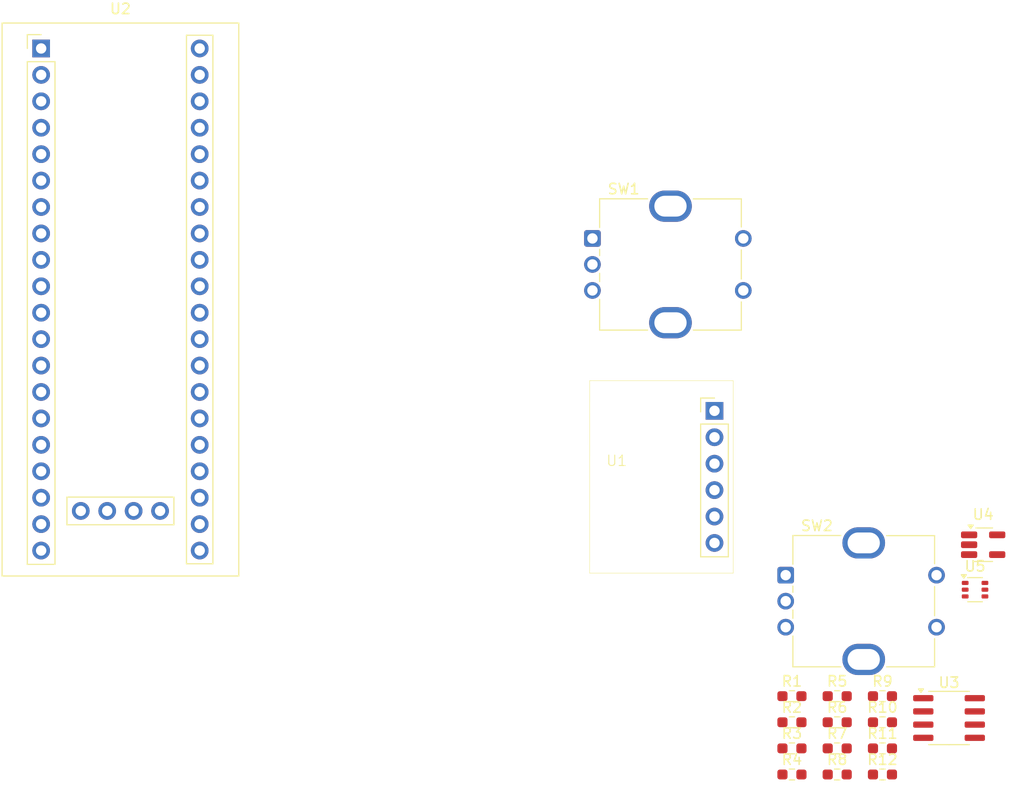
<source format=kicad_pcb>
(kicad_pcb (version 20240108) (generator "pcbnew") (generator_version "8.0")
  (layers (0 "F.Cu" signal) (31 "B.Cu" signal) (34 "B.Paste" user) (35 "F.Paste" user) (36 "B.SilkS" user "B.Silkscreen") (37 "F.SilkS" user "F.Silkscreen") (38 "B.Mask" user) (39 "F.Mask" user) (44 "Edge.Cuts" user))
  (net 0 "")
  (net 5 "Net-(U3B-+)")
  (net 8 "Net-(R1-Pad1)")
  (net 56 "Net-(U3B--)")
  (net 57 "Net-(R2-Pad2)")
  (net 58 "Net-(R3-Pad1)")
  (net 59 "GND")
  (net 60 "+3V3")
  (net 61 "Net-(R5-Pad1)")
  (net 62 "Net-(R6-Pad2)")
  (net 63 "Net-(U1-OUT)")
  (net 64 "Net-(U3A-+)")
  (net 65 "Net-(R9-Pad1)")
  (net 66 "Net-(R10-Pad2)")
  (net 67 "Net-(U3A--)")
  (net 68 "Net-(R11-Pad1)")
  (net 69 "Net-(U4-+)")
  (net 78 "Net-(U4-Pad4)")
  (net 79 "PWM_DAC")
  (footprint "Resistor_SMD:R_0603_1608Metric_Pad0.98x0.95mm_HandSolder" (layer "F.Cu") (at 138.625 128.525)
    (property "Reference" "R12" (at 0 -1.43 0) (layer "F.SilkS"))
    (property "Value" "2k")
    (fp_line (start -0.254724 -0.5225) (end 0.254724 -0.5225) (stroke (width 0.12)) (layer "F.SilkS"))
    (fp_line (start -0.254724 0.5225) (end 0.254724 0.5225) (stroke (width 0.12)) (layer "F.SilkS"))
    (pad "1" smd roundrect (at -0.9125 0) (size 0.975 0.95) (layers "F.Cu" "F.Paste" "F.Mask") (net 67 "Net-(U3A--)"))
    (pad "2" smd roundrect (at 0.9125 0) (size 0.975 0.95) (layers "F.Cu" "F.Paste" "F.Mask") (net 69 "Net-(U4-+)"))
  )
  (footprint "Resistor_SMD:R_0603_1608Metric_Pad0.98x0.95mm_HandSolder" (layer "F.Cu") (at 134.275 128.525)
    (property "Reference" "R8" (at 0 -1.43 0) (layer "F.SilkS"))
    (property "Value" "2k")
    (fp_line (start -0.254724 -0.5225) (end 0.254724 -0.5225) (stroke (width 0.12)) (layer "F.SilkS"))
    (fp_line (start -0.254724 0.5225) (end 0.254724 0.5225) (stroke (width 0.12)) (layer "F.SilkS"))
    (pad "1" smd roundrect (at -0.9125 0) (size 0.975 0.95) (layers "F.Cu" "F.Paste" "F.Mask") (net 59 "GND"))
    (pad "2" smd roundrect (at 0.9125 0) (size 0.975 0.95) (layers "F.Cu" "F.Paste" "F.Mask") (net 64 "Net-(U3A-+)"))
  )
  (footprint "Resistor_SMD:R_0603_1608Metric_Pad0.98x0.95mm_HandSolder" (layer "F.Cu") (at 129.925 123.505)
    (property "Reference" "R2" (at 0 -1.43 0) (layer "F.SilkS"))
    (property "Value" "2k")
    (fp_line (start -0.254724 -0.5225) (end 0.254724 -0.5225) (stroke (width 0.12)) (layer "F.SilkS"))
    (fp_line (start -0.254724 0.5225) (end 0.254724 0.5225) (stroke (width 0.12)) (layer "F.SilkS"))
    (pad "1" smd roundrect (at -0.9125 0) (size 0.975 0.95) (layers "F.Cu" "F.Paste" "F.Mask") (net 56 "Net-(U3B--)"))
    (pad "2" smd roundrect (at 0.9125 0) (size 0.975 0.95) (layers "F.Cu" "F.Paste" "F.Mask") (net 57 "Net-(R2-Pad2)"))
  )
  (footprint "Rotary_Encoder:RotaryEncoder_Bourns_Vertical_PEC12R-3x17F-Sxxxx" (layer "F.Cu") (at 110.75 77)
    (property "Reference" "SW1" (at 3 -4.75 180) (layer "F.SilkS"))
    (property "Value" "RotaryEncoder_Switch")
    (fp_line (start 0.69 -3.81) (end 5.3 -3.81) (stroke (width 0.12)) (layer "F.SilkS"))
    (fp_line (start 0.69 -1.05) (end 0.69 -3.81) (stroke (width 0.12)) (layer "F.SilkS"))
    (fp_line (start 0.69 1.05) (end 0.69 1.65) (stroke (width 0.12)) (layer "F.SilkS"))
    (fp_line (start 0.69 3.35) (end 0.69 4.15) (stroke (width 0.12)) (layer "F.SilkS"))
    (fp_line (start 0.69 5.85) (end 0.69 8.81) (stroke (width 0.12)) (layer "F.SilkS"))
    (fp_line (start 5.3 8.81) (end 0.69 8.81) (stroke (width 0.12)) (layer "F.SilkS"))
    (fp_line (start 9.7 -3.8) (end 14.31 -3.8) (stroke (width 0.12)) (layer "F.SilkS"))
    (fp_line (start 14.31 -3.8) (end 14.31 -1.1) (stroke (width 0.12)) (layer "F.SilkS"))
    (fp_line (start 14.31 1.1) (end 14.31 3.9) (stroke (width 0.12)) (layer "F.SilkS"))
    (fp_line (start 14.31 6.1) (end 14.31 8.81) (stroke (width 0.12)) (layer "F.SilkS"))
    (fp_line (start 14.31 8.81) (end 9.7 8.81) (stroke (width 0.12)) (layer "F.SilkS"))
    (pad "A" thru_hole roundrect (at 0 0) (size 1.6 1.6) (drill 1) (layers "*.Cu" "*.Mask") (roundrect_rratio 0.15625))
    (pad "B" thru_hole circle (at 0 5) (size 1.6 1.6) (drill 1) (layers "*.Cu" "*.Mask"))
    (pad "C" thru_hole circle (at 0 2.5) (size 1.6 1.6) (drill 1) (layers "*.Cu" "*.Mask"))
    (pad "S1" thru_hole circle (at 14.5 0) (size 1.6 1.6) (drill 1) (layers "*.Cu" "*.Mask"))
    (pad "S2" thru_hole circle (at 14.5 5) (size 1.6 1.6) (drill 1) (layers "*.Cu" "*.Mask"))
    (pad "SH" thru_hole oval (at 7.5 -3.1) (size 4.1 3) (drill oval 3.1 2) (layers "*.Cu" "*.Mask"))
    (pad "SH" thru_hole oval (at 7.5 8.1) (size 4.1 3) (drill oval 3.1 2) (layers "*.Cu" "*.Mask"))
  )
  (footprint "Resistor_SMD:R_0603_1608Metric_Pad0.98x0.95mm_HandSolder" (layer "F.Cu") (at 134.275 123.505)
    (property "Reference" "R6" (at 0 -1.43 0) (layer "F.SilkS"))
    (property "Value" "100k")
    (fp_line (start -0.254724 -0.5225) (end 0.254724 -0.5225) (stroke (width 0.12)) (layer "F.SilkS"))
    (fp_line (start -0.254724 0.5225) (end 0.254724 0.5225) (stroke (width 0.12)) (layer "F.SilkS"))
    (pad "1" smd roundrect (at -0.9125 0) (size 0.975 0.95) (layers "F.Cu" "F.Paste" "F.Mask") (net 59 "GND"))
    (pad "2" smd roundrect (at 0.9125 0) (size 0.975 0.95) (layers "F.Cu" "F.Paste" "F.Mask") (net 62 "Net-(R6-Pad2)"))
  )
  (footprint "Resistor_SMD:R_0603_1608Metric_Pad0.98x0.95mm_HandSolder" (layer "F.Cu") (at 138.625 120.995)
    (property "Reference" "R9" (at 0 -1.43 0) (layer "F.SilkS"))
    (property "Value" "100k")
    (fp_line (start -0.254724 -0.5225) (end 0.254724 -0.5225) (stroke (width 0.12)) (layer "F.SilkS"))
    (fp_line (start -0.254724 0.5225) (end 0.254724 0.5225) (stroke (width 0.12)) (layer "F.SilkS"))
    (pad "1" smd roundrect (at -0.9125 0) (size 0.975 0.95) (layers "F.Cu" "F.Paste" "F.Mask") (net 65 "Net-(R9-Pad1)"))
    (pad "2" smd roundrect (at 0.9125 0) (size 0.975 0.95) (layers "F.Cu" "F.Paste" "F.Mask") (net 60 "+3V3"))
  )
  (footprint "Resistor_SMD:R_0603_1608Metric_Pad0.98x0.95mm_HandSolder" (layer "F.Cu") (at 129.925 120.995)
    (property "Reference" "R1" (at 0 -1.43 0) (layer "F.SilkS"))
    (property "Value" "1k")
    (fp_line (start -0.254724 -0.5225) (end 0.254724 -0.5225) (stroke (width 0.12)) (layer "F.SilkS"))
    (fp_line (start -0.254724 0.5225) (end 0.254724 0.5225) (stroke (width 0.12)) (layer "F.SilkS"))
    (pad "1" smd roundrect (at -0.9125 0) (size 0.975 0.95) (layers "F.Cu" "F.Paste" "F.Mask") (net 8 "Net-(R1-Pad1)"))
    (pad "2" smd roundrect (at 0.9125 0) (size 0.975 0.95) (layers "F.Cu" "F.Paste" "F.Mask") (net 5 "Net-(U3B-+)"))
  )
  (footprint "Resistor_SMD:R_0603_1608Metric_Pad0.98x0.95mm_HandSolder" (layer "F.Cu") (at 134.275 126.015)
    (property "Reference" "R7" (at 0 -1.43 0) (layer "F.SilkS"))
    (property "Value" "1k")
    (fp_line (start -0.254724 -0.5225) (end 0.254724 -0.5225) (stroke (width 0.12)) (layer "F.SilkS"))
    (fp_line (start -0.254724 0.5225) (end 0.254724 0.5225) (stroke (width 0.12)) (layer "F.SilkS"))
    (pad "1" smd roundrect (at -0.9125 0) (size 0.975 0.95) (layers "F.Cu" "F.Paste" "F.Mask") (net 63 "Net-(U1-OUT)"))
    (pad "2" smd roundrect (at 0.9125 0) (size 0.975 0.95) (layers "F.Cu" "F.Paste" "F.Mask") (net 64 "Net-(U3A-+)"))
  )
  (footprint "PSG:AD9833_module" (layer "F.Cu") (at 122.48 93.57)
    (property "Reference" "U1" (at -9.398 4.7978 0) (layer "F.SilkS") (effects (font (thickness 0.1))))
    (property "Value" "AD8933_module")
    (fp_line (start -12 -2.9) (end 1.8 -2.9) (stroke (width 0.05)) (layer "F.SilkS"))
    (fp_line (start -12 15.6) (end 1.8 15.6) (stroke (width 0.05)) (layer "F.SilkS"))
    (fp_line (start -11.9966 -2.9) (end -12 15.6) (stroke (width 0.05)) (layer "F.SilkS"))
    (fp_line (start -1.33 -1.23) (end 0 -1.23) (stroke (width 0.12)) (layer "F.SilkS"))
    (fp_line (start -1.33 0.1) (end -1.33 -1.23) (stroke (width 0.12)) (layer "F.SilkS"))
    (fp_line (start -1.33 1.27) (end -1.33 14.03) (stroke (width 0.12)) (layer "F.SilkS"))
    (fp_line (start -1.33 1.27) (end 1.33 1.27) (stroke (width 0.12)) (layer "F.SilkS"))
    (fp_line (start -1.33 14.03) (end 1.33 14.03) (stroke (width 0.12)) (layer "F.SilkS"))
    (fp_line (start 1.33 1.27) (end 1.33 14.03) (stroke (width 0.12)) (layer "F.SilkS"))
    (fp_line (start 1.8 15.6) (end 1.8 -2.9) (stroke (width 0.05)) (layer "F.SilkS"))
    (pad "1" thru_hole rect (at 0 0) (size 1.7 1.7) (drill 1) (layers "*.Cu" "*.Mask"))
    (pad "2" thru_hole oval (at 0 2.54) (size 1.7 1.7) (drill 1) (layers "*.Cu" "*.Mask") (net 59 "GND"))
    (pad "3" thru_hole oval (at 0 5.08) (size 1.7 1.7) (drill 1) (layers "*.Cu" "*.Mask"))
    (pad "4" thru_hole oval (at 0 7.62) (size 1.7 1.7) (drill 1) (layers "*.Cu" "*.Mask"))
    (pad "5" thru_hole oval (at 0 10.16) (size 1.7 1.7) (drill 1) (layers "*.Cu" "*.Mask"))
    (pad "6" thru_hole oval (at 0 12.7) (size 1.7 1.7) (drill 1) (layers "*.Cu" "*.Mask") (net 59 "GND"))
  )
  (footprint "Rotary_Encoder:RotaryEncoder_Bourns_Vertical_PEC12R-3x17F-Sxxxx" (layer "F.Cu") (at 129.325 109.365)
    (property "Reference" "SW2" (at 3 -4.75 180) (layer "F.SilkS"))
    (property "Value" "RotaryEncoder_Switch")
    (fp_line (start 0.69 -3.81) (end 5.3 -3.81) (stroke (width 0.12)) (layer "F.SilkS"))
    (fp_line (start 0.69 -1.05) (end 0.69 -3.81) (stroke (width 0.12)) (layer "F.SilkS"))
    (fp_line (start 0.69 1.05) (end 0.69 1.65) (stroke (width 0.12)) (layer "F.SilkS"))
    (fp_line (start 0.69 3.35) (end 0.69 4.15) (stroke (width 0.12)) (layer "F.SilkS"))
    (fp_line (start 0.69 5.85) (end 0.69 8.81) (stroke (width 0.12)) (layer "F.SilkS"))
    (fp_line (start 5.3 8.81) (end 0.69 8.81) (stroke (width 0.12)) (layer "F.SilkS"))
    (fp_line (start 9.7 -3.8) (end 14.31 -3.8) (stroke (width 0.12)) (layer "F.SilkS"))
    (fp_line (start 14.31 -3.8) (end 14.31 -1.1) (stroke (width 0.12)) (layer "F.SilkS"))
    (fp_line (start 14.31 1.1) (end 14.31 3.9) (stroke (width 0.12)) (layer "F.SilkS"))
    (fp_line (start 14.31 6.1) (end 14.31 8.81) (stroke (width 0.12)) (layer "F.SilkS"))
    (fp_line (start 14.31 8.81) (end 9.7 8.81) (stroke (width 0.12)) (layer "F.SilkS"))
    (pad "A" thru_hole roundrect (at 0 0) (size 1.6 1.6) (drill 1) (layers "*.Cu" "*.Mask") (roundrect_rratio 0.15625))
    (pad "B" thru_hole circle (at 0 5) (size 1.6 1.6) (drill 1) (layers "*.Cu" "*.Mask"))
    (pad "C" thru_hole circle (at 0 2.5) (size 1.6 1.6) (drill 1) (layers "*.Cu" "*.Mask"))
    (pad "S1" thru_hole circle (at 14.5 0) (size 1.6 1.6) (drill 1) (layers "*.Cu" "*.Mask"))
    (pad "S2" thru_hole circle (at 14.5 5) (size 1.6 1.6) (drill 1) (layers "*.Cu" "*.Mask"))
    (pad "SH" thru_hole oval (at 7.5 -3.1) (size 4.1 3) (drill oval 3.1 2) (layers "*.Cu" "*.Mask"))
    (pad "SH" thru_hole oval (at 7.5 8.1) (size 4.1 3) (drill oval 3.1 2) (layers "*.Cu" "*.Mask"))
  )
  (footprint "Resistor_SMD:R_0603_1608Metric_Pad0.98x0.95mm_HandSolder" (layer "F.Cu") (at 134.275 120.995)
    (property "Reference" "R5" (at 0 -1.43 0) (layer "F.SilkS"))
    (property "Value" "100k")
    (fp_line (start -0.254724 -0.5225) (end 0.254724 -0.5225) (stroke (width 0.12)) (layer "F.SilkS"))
    (fp_line (start -0.254724 0.5225) (end 0.254724 0.5225) (stroke (width 0.12)) (layer "F.SilkS"))
    (pad "1" smd roundrect (at -0.9125 0) (size 0.975 0.95) (layers "F.Cu" "F.Paste" "F.Mask") (net 61 "Net-(R5-Pad1)"))
    (pad "2" smd roundrect (at 0.9125 0) (size 0.975 0.95) (layers "F.Cu" "F.Paste" "F.Mask") (net 60 "+3V3"))
  )
  (footprint "Package_TO_SOT_SMD:SOT-363_SC-70-6" (layer "F.Cu") (at 147.525 110.76)
    (property "Reference" "U5" (at 0 -2.25 0) (layer "F.SilkS"))
    (property "Value" "FSA3157L6X")
    (fp_line (start -0.71 -1.16) (end 0.7 -1.16) (stroke (width 0.12)) (layer "F.SilkS"))
    (fp_line (start -0.7 1.16) (end 0.7 1.16) (stroke (width 0.12)) (layer "F.SilkS"))
    (fp_poly (pts (xy -1.08 -1.11) (xy -1.32 -1.44) (xy -0.84 -1.44) (xy -1.08 -1.11)) (stroke (width 0.12)) (fill solid) (layer "F.SilkS"))
    (pad "1" smd roundrect (at -0.95 -0.65) (size 0.65 0.4) (layers "F.Cu" "F.Paste" "F.Mask") (net 78 "Net-(U4-Pad4)"))
    (pad "2" smd roundrect (at -0.95 0) (size 0.65 0.4) (layers "F.Cu" "F.Paste" "F.Mask"))
    (pad "3" smd roundrect (at -0.95 0.65) (size 0.65 0.4) (layers "F.Cu" "F.Paste" "F.Mask") (net 69 "Net-(U4-+)"))
    (pad "4" smd roundrect (at 0.95 0.65) (size 0.65 0.4) (layers "F.Cu" "F.Paste" "F.Mask") (net 8 "Net-(R1-Pad1)"))
    (pad "5" smd roundrect (at 0.95 0) (size 0.65 0.4) (layers "F.Cu" "F.Paste" "F.Mask"))
    (pad "6" smd roundrect (at 0.95 -0.65) (size 0.65 0.4) (layers "F.Cu" "F.Paste" "F.Mask"))
  )
  (footprint "Resistor_SMD:R_0603_1608Metric_Pad0.98x0.95mm_HandSolder" (layer "F.Cu") (at 129.925 126.015)
    (property "Reference" "R3" (at 0 -1.43 0) (layer "F.SilkS"))
    (property "Value" "1k")
    (fp_line (start -0.254724 -0.5225) (end 0.254724 -0.5225) (stroke (width 0.12)) (layer "F.SilkS"))
    (fp_line (start -0.254724 0.5225) (end 0.254724 0.5225) (stroke (width 0.12)) (layer "F.SilkS"))
    (pad "1" smd roundrect (at -0.9125 0) (size 0.975 0.95) (layers "F.Cu" "F.Paste" "F.Mask") (net 58 "Net-(R3-Pad1)"))
    (pad "2" smd roundrect (at 0.9125 0) (size 0.975 0.95) (layers "F.Cu" "F.Paste" "F.Mask") (net 56 "Net-(U3B--)"))
  )
  (footprint "Package_SO:SOIC-8_3.9x4.9mm_P1.27mm" (layer "F.Cu") (at 145.025 123.095)
    (property "Reference" "U3" (at 0 -3.4 0) (layer "F.SilkS"))
    (property "Value" "AD8606ARZ")
    (fp_line (start 0 -2.56) (end -1.95 -2.56) (stroke (width 0.12)) (layer "F.SilkS"))
    (fp_line (start 0 -2.56) (end 1.95 -2.56) (stroke (width 0.12)) (layer "F.SilkS"))
    (fp_line (start 0 2.56) (end -1.95 2.56) (stroke (width 0.12)) (layer "F.SilkS"))
    (fp_line (start 0 2.56) (end 1.95 2.56) (stroke (width 0.12)) (layer "F.SilkS"))
    (fp_poly (pts (xy -2.7 -2.465) (xy -2.94 -2.795) (xy -2.46 -2.795) (xy -2.7 -2.465)) (stroke (width 0.12)) (fill solid) (layer "F.SilkS"))
    (pad "1" smd roundrect (at -2.475 -1.905) (size 1.95 0.6) (layers "F.Cu" "F.Paste" "F.Mask") (net 69 "Net-(U4-+)"))
    (pad "2" smd roundrect (at -2.475 -0.635) (size 1.95 0.6) (layers "F.Cu" "F.Paste" "F.Mask") (net 67 "Net-(U3A--)"))
    (pad "3" smd roundrect (at -2.475 0.635) (size 1.95 0.6) (layers "F.Cu" "F.Paste" "F.Mask") (net 64 "Net-(U3A-+)"))
    (pad "4" smd roundrect (at -2.475 1.905) (size 1.95 0.6) (layers "F.Cu" "F.Paste" "F.Mask"))
    (pad "5" smd roundrect (at 2.475 1.905) (size 1.95 0.6) (layers "F.Cu" "F.Paste" "F.Mask") (net 5 "Net-(U3B-+)"))
    (pad "6" smd roundrect (at 2.475 0.635) (size 1.95 0.6) (layers "F.Cu" "F.Paste" "F.Mask") (net 56 "Net-(U3B--)"))
    (pad "7" smd roundrect (at 2.475 -0.635) (size 1.95 0.6) (layers "F.Cu" "F.Paste" "F.Mask") (net 57 "Net-(R2-Pad2)"))
    (pad "8" smd roundrect (at 2.475 -1.905) (size 1.95 0.6) (layers "F.Cu" "F.Paste" "F.Mask"))
  )
  (footprint "Resistor_SMD:R_0603_1608Metric_Pad0.98x0.95mm_HandSolder" (layer "F.Cu") (at 138.625 123.505)
    (property "Reference" "R10" (at 0 -1.43 0) (layer "F.SilkS"))
    (property "Value" "100k")
    (fp_line (start -0.254724 -0.5225) (end 0.254724 -0.5225) (stroke (width 0.12)) (layer "F.SilkS"))
    (fp_line (start -0.254724 0.5225) (end 0.254724 0.5225) (stroke (width 0.12)) (layer "F.SilkS"))
    (pad "1" smd roundrect (at -0.9125 0) (size 0.975 0.95) (layers "F.Cu" "F.Paste" "F.Mask") (net 59 "GND"))
    (pad "2" smd roundrect (at 0.9125 0) (size 0.975 0.95) (layers "F.Cu" "F.Paste" "F.Mask") (net 66 "Net-(R10-Pad2)"))
  )
  (footprint "Resistor_SMD:R_0603_1608Metric_Pad0.98x0.95mm_HandSolder" (layer "F.Cu") (at 129.925 128.525)
    (property "Reference" "R4" (at 0 -1.43 0) (layer "F.SilkS"))
    (property "Value" "2k")
    (fp_line (start -0.254724 -0.5225) (end 0.254724 -0.5225) (stroke (width 0.12)) (layer "F.SilkS"))
    (fp_line (start -0.254724 0.5225) (end 0.254724 0.5225) (stroke (width 0.12)) (layer "F.SilkS"))
    (pad "1" smd roundrect (at -0.9125 0) (size 0.975 0.95) (layers "F.Cu" "F.Paste" "F.Mask") (net 59 "GND"))
    (pad "2" smd roundrect (at 0.9125 0) (size 0.975 0.95) (layers "F.Cu" "F.Paste" "F.Mask") (net 5 "Net-(U3B-+)"))
  )
  (footprint "Package_TO_SOT_SMD:SOT-23-5_HandSoldering" (layer "F.Cu") (at 148.305 106.44)
    (property "Reference" "U4" (at 0 -2.9 0) (layer "F.SilkS"))
    (property "Value" "LMV331")
    (fp_line (start -0.9 1.61) (end 0.9 1.61) (stroke (width 0.12)) (layer "F.SilkS"))
    (fp_line (start 0.1 -1.61) (end -0.7 -1.61) (stroke (width 0.12)) (layer "F.SilkS"))
    (fp_line (start 0.1 -1.61) (end 0.9 -1.61) (stroke (width 0.12)) (layer "F.SilkS"))
    (fp_poly (pts (xy -1.2 -1.56) (xy -1.44 -1.89) (xy -0.96 -1.89) (xy -1.2 -1.56)) (stroke (width 0.12)) (fill solid) (layer "F.SilkS"))
    (pad "1" smd roundrect (at -1.35 -0.95) (size 1.56 0.65) (layers "F.Cu" "F.Paste" "F.Mask") (net 69 "Net-(U4-+)"))
    (pad "2" smd roundrect (at -1.35 0) (size 1.56 0.65) (layers "F.Cu" "F.Paste" "F.Mask"))
    (pad "3" smd roundrect (at -1.35 0.95) (size 1.56 0.65) (layers "F.Cu" "F.Paste" "F.Mask") (net 79 "PWM_DAC"))
    (pad "4" smd roundrect (at 1.35 0.95) (size 1.56 0.65) (layers "F.Cu" "F.Paste" "F.Mask") (net 78 "Net-(U4-Pad4)"))
    (pad "5" smd roundrect (at 1.35 -0.95) (size 1.56 0.65) (layers "F.Cu" "F.Paste" "F.Mask"))
  )
  (footprint "Resistor_SMD:R_0603_1608Metric_Pad0.98x0.95mm_HandSolder" (layer "F.Cu") (at 138.625 126.015)
    (property "Reference" "R11" (at 0 -1.43 0) (layer "F.SilkS"))
    (property "Value" "1k")
    (fp_line (start -0.254724 -0.5225) (end 0.254724 -0.5225) (stroke (width 0.12)) (layer "F.SilkS"))
    (fp_line (start -0.254724 0.5225) (end 0.254724 0.5225) (stroke (width 0.12)) (layer "F.SilkS"))
    (pad "1" smd roundrect (at -0.9125 0) (size 0.975 0.95) (layers "F.Cu" "F.Paste" "F.Mask") (net 68 "Net-(R11-Pad1)"))
    (pad "2" smd roundrect (at 0.9125 0) (size 0.975 0.95) (layers "F.Cu" "F.Paste" "F.Mask") (net 67 "Net-(U3A--)"))
  )
  (footprint "PSG:BluePill" (layer "F.Cu") (at 57.76 58.74)
    (property "Reference" "U2" (at 7.62 -3.81 0) (layer "F.SilkS"))
    (property "Value" "BluePill" (hide yes))
    (fp_line (start -3.755 -2.445) (end 18.995 -2.445) (stroke (width 0.12)) (layer "F.SilkS"))
    (fp_line (start -3.755 50.705) (end -3.755 -2.445) (stroke (width 0.12)) (layer "F.SilkS"))
    (fp_line (start -1.33 -1.33) (end 0 -1.33) (stroke (width 0.12)) (layer "F.SilkS"))
    (fp_line (start -1.33 0) (end -1.33 -1.33) (stroke (width 0.12)) (layer "F.SilkS"))
    (fp_line (start -1.33 1.27) (end 1.33 1.27) (stroke (width 0.12)) (layer "F.SilkS"))
    (fp_line (start -1.33 49.59) (end -1.33 1.27) (stroke (width 0.12)) (layer "F.SilkS"))
    (fp_line (start 1.33 1.27) (end 1.33 49.59) (stroke (width 0.12)) (layer "F.SilkS"))
    (fp_line (start 1.33 49.59) (end -1.33 49.59) (stroke (width 0.12)) (layer "F.SilkS"))
    (fp_line (start 2.48 43.12) (end 2.48 45.78) (stroke (width 0.12)) (layer "F.SilkS"))
    (fp_line (start 2.48 45.78) (end 12.76 45.78) (stroke (width 0.12)) (layer "F.SilkS"))
    (fp_line (start 12.76 43.12) (end 2.48 43.12) (stroke (width 0.12)) (layer "F.SilkS"))
    (fp_line (start 12.76 45.78) (end 12.76 43.12) (stroke (width 0.12)) (layer "F.SilkS"))
    (fp_line (start 13.97 -1.27) (end 16.51 -1.27) (stroke (width 0.12)) (layer "F.SilkS"))
    (fp_line (start 13.97 49.53) (end 13.97 -1.27) (stroke (width 0.12)) (layer "F.SilkS"))
    (fp_line (start 16.51 -1.27) (end 16.51 49.53) (stroke (width 0.12)) (layer "F.SilkS"))
    (fp_line (start 16.51 49.53) (end 13.97 49.53) (stroke (width 0.12)) (layer "F.SilkS"))
    (fp_line (start 18.995 -2.445) (end 18.995 50.705) (stroke (width 0.12)) (layer "F.SilkS"))
    (fp_line (start 18.995 50.705) (end -3.755 50.705) (stroke (width 0.12)) (layer "F.SilkS"))
    (pad "1" thru_hole rect (at 0 0) (size 1.7 1.7) (drill 1) (layers "*.Cu" "*.Mask"))
    (pad "2" thru_hole circle (at 0 2.54) (size 1.7 1.7) (drill 1) (layers "*.Cu" "*.Mask"))
    (pad "3" thru_hole circle (at 0 5.08) (size 1.7 1.7) (drill 1) (layers "*.Cu" "*.Mask"))
    (pad "4" thru_hole circle (at 0 7.62) (size 1.7 1.7) (drill 1) (layers "*.Cu" "*.Mask"))
    (pad "5" thru_hole circle (at 0 10.16) (size 1.7 1.7) (drill 1) (layers "*.Cu" "*.Mask"))
    (pad "6" thru_hole circle (at 0 12.7) (size 1.7 1.7) (drill 1) (layers "*.Cu" "*.Mask"))
    (pad "7" thru_hole circle (at 0 15.24) (size 1.7 1.7) (drill 1) (layers "*.Cu" "*.Mask"))
    (pad "8" thru_hole circle (at 0 17.78) (size 1.7 1.7) (drill 1) (layers "*.Cu" "*.Mask"))
    (pad "9" thru_hole circle (at 0 20.32) (size 1.7 1.7) (drill 1) (layers "*.Cu" "*.Mask"))
    (pad "10" thru_hole circle (at 0 22.86) (size 1.7 1.7) (drill 1) (layers "*.Cu" "*.Mask"))
    (pad "11" thru_hole circle (at 0 25.4) (size 1.7 1.7) (drill 1) (layers "*.Cu" "*.Mask"))
    (pad "12" thru_hole circle (at 0 27.94) (size 1.7 1.7) (drill 1) (layers "*.Cu" "*.Mask"))
    (pad "13" thru_hole circle (at 0 30.48) (size 1.7 1.7) (drill 1) (layers "*.Cu" "*.Mask"))
    (pad "14" thru_hole circle (at 0 33.02) (size 1.7 1.7) (drill 1) (layers "*.Cu" "*.Mask"))
    (pad "15" thru_hole circle (at 0 35.56) (size 1.7 1.7) (drill 1) (layers "*.Cu" "*.Mask"))
    (pad "16" thru_hole circle (at 0 38.1) (size 1.7 1.7) (drill 1) (layers "*.Cu" "*.Mask"))
    (pad "17" thru_hole circle (at 0 40.64) (size 1.7 1.7) (drill 1) (layers "*.Cu" "*.Mask"))
    (pad "18" thru_hole circle (at 0 43.18) (size 1.7 1.7) (drill 1) (layers "*.Cu" "*.Mask"))
    (pad "19" thru_hole circle (at 0 45.72) (size 1.7 1.7) (drill 1) (layers "*.Cu" "*.Mask"))
    (pad "20" thru_hole circle (at 0 48.26) (size 1.7 1.7) (drill 1) (layers "*.Cu" "*.Mask"))
    (pad "21" thru_hole circle (at 15.24 48.26) (size 1.7 1.7) (drill 1) (layers "*.Cu" "*.Mask"))
    (pad "22" thru_hole circle (at 15.24 45.72) (size 1.7 1.7) (drill 1) (layers "*.Cu" "*.Mask"))
    (pad "23" thru_hole circle (at 15.24 43.18) (size 1.7 1.7) (drill 1) (layers "*.Cu" "*.Mask"))
    (pad "24" thru_hole circle (at 15.24 40.64) (size 1.7 1.7) (drill 1) (layers "*.Cu" "*.Mask"))
    (pad "25" thru_hole circle (at 15.24 38.1) (size 1.7 1.7) (drill 1) (layers "*.Cu" "*.Mask"))
    (pad "26" thru_hole circle (at 15.24 35.56) (size 1.7 1.7) (drill 1) (layers "*.Cu" "*.Mask"))
    (pad "27" thru_hole circle (at 15.24 33.02) (size 1.7 1.7) (drill 1) (layers "*.Cu" "*.Mask"))
    (pad "28" thru_hole circle (at 15.24 30.48) (size 1.7 1.7) (drill 1) (layers "*.Cu" "*.Mask"))
    (pad "29" thru_hole circle (at 15.24 27.94) (size 1.7 1.7) (drill 1) (layers "*.Cu" "*.Mask"))
    (pad "30" thru_hole circle (at 15.24 25.4) (size 1.7 1.7) (drill 1) (layers "*.Cu" "*.Mask"))
    (pad "31" thru_hole circle (at 15.24 22.86) (size 1.7 1.7) (drill 1) (layers "*.Cu" "*.Mask"))
    (pad "32" thru_hole circle (at 15.24 20.32) (size 1.7 1.7) (drill 1) (layers "*.Cu" "*.Mask"))
    (pad "33" thru_hole circle (at 15.24 17.78) (size 1.7 1.7) (drill 1) (layers "*.Cu" "*.Mask"))
    (pad "34" thru_hole circle (at 15.24 15.24) (size 1.7 1.7) (drill 1) (layers "*.Cu" "*.Mask"))
    (pad "35" thru_hole circle (at 15.24 12.7) (size 1.7 1.7) (drill 1) (layers "*.Cu" "*.Mask"))
    (pad "36" thru_hole circle (at 15.24 10.16) (size 1.7 1.7) (drill 1) (layers "*.Cu" "*.Mask"))
    (pad "37" thru_hole circle (at 15.24 7.62) (size 1.7 1.7) (drill 1) (layers "*.Cu" "*.Mask"))
    (pad "38" thru_hole circle (at 15.24 5.08) (size 1.7 1.7) (drill 1) (layers "*.Cu" "*.Mask"))
    (pad "39" thru_hole circle (at 15.24 2.54) (size 1.7 1.7) (drill 1) (layers "*.Cu" "*.Mask"))
    (pad "40" thru_hole circle (at 15.24 0) (size 1.7 1.7) (drill 1) (layers "*.Cu" "*.Mask"))
    (pad "41" thru_hole circle (at 11.43 44.45) (size 1.7 1.7) (drill 1) (layers "*.Cu" "*.Mask"))
    (pad "42" thru_hole circle (at 8.89 44.45) (size 1.7 1.7) (drill 1) (layers "*.Cu" "*.Mask"))
    (pad "43" thru_hole circle (at 6.35 44.45) (size 1.7 1.7) (drill 1) (layers "*.Cu" "*.Mask"))
    (pad "44" thru_hole circle (at 3.81 44.45) (size 1.7 1.7) (drill 1) (layers "*.Cu" "*.Mask"))
  )
)
</source>
